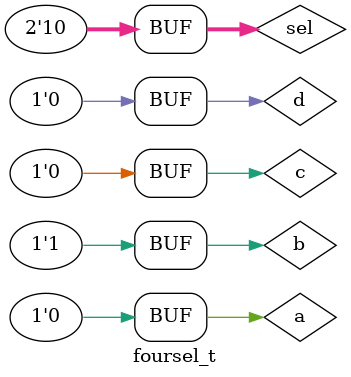
<source format=v>
`timescale 1ns / 1ps


module foursel_t;

	// Inputs
	reg a;
	reg b;
	reg c;
	reg d;
	reg [1:0] sel;

	// Outputs
	wire y;

	// Instantiate the Unit Under Test (UUT)
	foursel uut (
		.a(a), 
		.b(b), 
		.c(c), 
		.d(d), 
		.sel(sel), 
		.y(y)
	);

	initial begin
		// Initialize Inputs
		a = 0;
		b = 1;
		c = 0;
		d = 0;
		sel = 10;

		// Wait 100 ns for global reset to finish
		#100;
        
		// Add stimulus here
		

	end
      
endmodule


</source>
